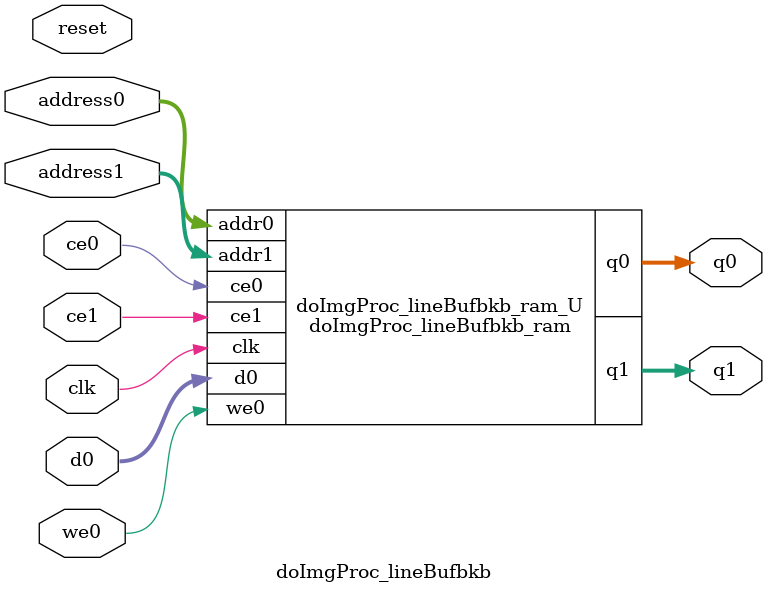
<source format=v>

`timescale 1 ns / 1 ps
module doImgProc_lineBufbkb_ram (addr0, ce0, d0, we0, q0, addr1, ce1, q1,  clk);

parameter DWIDTH = 8;
parameter AWIDTH = 8;
parameter MEM_SIZE = 240;

input[AWIDTH-1:0] addr0;
input ce0;
input[DWIDTH-1:0] d0;
input we0;
output reg[DWIDTH-1:0] q0;
input[AWIDTH-1:0] addr1;
input ce1;
output reg[DWIDTH-1:0] q1;
input clk;

(* ram_style = "block" *)reg [DWIDTH-1:0] ram[0:MEM_SIZE-1];




always @(posedge clk)  
begin 
    if (ce0) 
    begin
        if (we0) 
        begin 
            ram[addr0] <= d0; 
            q0 <= d0;
        end 
        else 
            q0 <= ram[addr0];
    end
end


always @(posedge clk)  
begin 
    if (ce1) 
    begin
            q1 <= ram[addr1];
    end
end


endmodule


`timescale 1 ns / 1 ps
module doImgProc_lineBufbkb(
    reset,
    clk,
    address0,
    ce0,
    we0,
    d0,
    q0,
    address1,
    ce1,
    q1);

parameter DataWidth = 32'd8;
parameter AddressRange = 32'd240;
parameter AddressWidth = 32'd8;
input reset;
input clk;
input[AddressWidth - 1:0] address0;
input ce0;
input we0;
input[DataWidth - 1:0] d0;
output[DataWidth - 1:0] q0;
input[AddressWidth - 1:0] address1;
input ce1;
output[DataWidth - 1:0] q1;



doImgProc_lineBufbkb_ram doImgProc_lineBufbkb_ram_U(
    .clk( clk ),
    .addr0( address0 ),
    .ce0( ce0 ),
    .d0( d0 ),
    .we0( we0 ),
    .q0( q0 ),
    .addr1( address1 ),
    .ce1( ce1 ),
    .q1( q1 ));

endmodule


</source>
